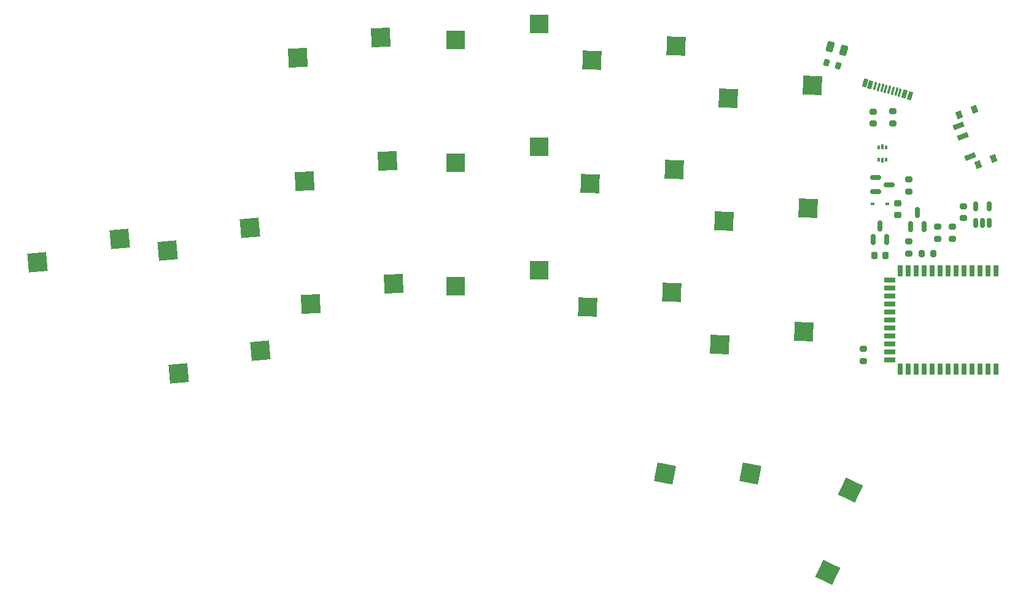
<source format=gbr>
%TF.GenerationSoftware,KiCad,Pcbnew,6.0.4-6f826c9f35~116~ubuntu20.04.1*%
%TF.CreationDate,2022-06-03T00:30:45+02:00*%
%TF.ProjectId,Wubbo,57756262-6f2e-46b6-9963-61645f706362,v0.3*%
%TF.SameCoordinates,Original*%
%TF.FileFunction,Paste,Top*%
%TF.FilePolarity,Positive*%
%FSLAX46Y46*%
G04 Gerber Fmt 4.6, Leading zero omitted, Abs format (unit mm)*
G04 Created by KiCad (PCBNEW 6.0.4-6f826c9f35~116~ubuntu20.04.1) date 2022-06-03 00:30:45*
%MOMM*%
%LPD*%
G01*
G04 APERTURE LIST*
G04 Aperture macros list*
%AMRoundRect*
0 Rectangle with rounded corners*
0 $1 Rounding radius*
0 $2 $3 $4 $5 $6 $7 $8 $9 X,Y pos of 4 corners*
0 Add a 4 corners polygon primitive as box body*
4,1,4,$2,$3,$4,$5,$6,$7,$8,$9,$2,$3,0*
0 Add four circle primitives for the rounded corners*
1,1,$1+$1,$2,$3*
1,1,$1+$1,$4,$5*
1,1,$1+$1,$6,$7*
1,1,$1+$1,$8,$9*
0 Add four rect primitives between the rounded corners*
20,1,$1+$1,$2,$3,$4,$5,0*
20,1,$1+$1,$4,$5,$6,$7,0*
20,1,$1+$1,$6,$7,$8,$9,0*
20,1,$1+$1,$8,$9,$2,$3,0*%
%AMRotRect*
0 Rectangle, with rotation*
0 The origin of the aperture is its center*
0 $1 length*
0 $2 width*
0 $3 Rotation angle, in degrees counterclockwise*
0 Add horizontal line*
21,1,$1,$2,0,0,$3*%
G04 Aperture macros list end*
%ADD10RoundRect,0.200000X0.275000X-0.200000X0.275000X0.200000X-0.275000X0.200000X-0.275000X-0.200000X0*%
%ADD11RotRect,2.600000X2.600000X183.000000*%
%ADD12R,2.600000X2.600000*%
%ADD13RoundRect,0.225000X-0.250000X0.225000X-0.250000X-0.225000X0.250000X-0.225000X0.250000X0.225000X0*%
%ADD14R,0.375000X0.500000*%
%ADD15R,0.300000X0.650000*%
%ADD16RoundRect,0.150000X0.150000X-0.587500X0.150000X0.587500X-0.150000X0.587500X-0.150000X-0.587500X0*%
%ADD17RoundRect,0.200000X-0.275000X0.200000X-0.275000X-0.200000X0.275000X-0.200000X0.275000X0.200000X0*%
%ADD18RotRect,2.600000X2.600000X244.000000*%
%ADD19RotRect,2.600000X2.600000X179.000000*%
%ADD20R,0.600000X0.450000*%
%ADD21RoundRect,0.225000X0.225000X0.250000X-0.225000X0.250000X-0.225000X-0.250000X0.225000X-0.250000X0*%
%ADD22R,0.700000X1.524000*%
%ADD23R,1.524000X0.700000*%
%ADD24RotRect,2.600000X2.600000X185.000000*%
%ADD25RoundRect,0.200000X-0.200000X-0.275000X0.200000X-0.275000X0.200000X0.275000X-0.200000X0.275000X0*%
%ADD26RotRect,1.000000X0.800000X111.000000*%
%ADD27RotRect,0.700000X1.500000X111.000000*%
%ADD28RotRect,2.600000X2.600000X178.000000*%
%ADD29RoundRect,0.150000X-0.587500X-0.150000X0.587500X-0.150000X0.587500X0.150000X-0.587500X0.150000X0*%
%ADD30RotRect,0.600000X1.150000X344.500000*%
%ADD31RotRect,0.300000X1.150000X344.500000*%
%ADD32RoundRect,0.150000X0.150000X-0.512500X0.150000X0.512500X-0.150000X0.512500X-0.150000X-0.512500X0*%
%ADD33RotRect,2.600000X2.600000X169.000000*%
%ADD34RoundRect,0.200000X-0.266217X-0.211551X0.119236X-0.318446X0.266217X0.211551X-0.119236X0.318446X0*%
%ADD35RoundRect,0.250000X-0.367846X-0.390915X0.113969X-0.524534X0.367846X0.390915X-0.113969X0.524534X0*%
G04 APERTURE END LIST*
D10*
%TO.C,R9*%
X110050000Y29700000D03*
X110050000Y31350000D03*
%TD*%
D11*
%TO.C,SW12*%
X39051956Y16950182D03*
X27632924Y14148717D03*
%TD*%
D12*
%TO.C,SW8*%
X59088372Y35821818D03*
X47538372Y33621818D03*
%TD*%
D13*
%TO.C,C1*%
X108575000Y28050000D03*
X108575000Y26500000D03*
%TD*%
D14*
%TO.C,ESD1*%
X106962500Y35750000D03*
D15*
X106425000Y35825000D03*
D14*
X105887500Y35750000D03*
X105887500Y34050000D03*
D15*
X106425000Y33975000D03*
D14*
X106962500Y34050000D03*
%TD*%
D16*
%TO.C,U2*%
X105125000Y23062500D03*
X107025000Y23062500D03*
X106075000Y24937500D03*
%TD*%
D17*
%TO.C,R1*%
X107860000Y40740000D03*
X107860000Y39090000D03*
%TD*%
D18*
%TO.C,SW17*%
X101982250Y-11467642D03*
X98896410Y-22813130D03*
%TD*%
D19*
%TO.C,SW9*%
X77688406Y32761166D03*
X66101770Y30763077D03*
%TD*%
D20*
%TO.C,D3*%
X107125000Y27975000D03*
X105025000Y27975000D03*
%TD*%
D17*
%TO.C,R4*%
X110025000Y22800000D03*
X110025000Y21150000D03*
%TD*%
D10*
%TO.C,R8*%
X117580000Y26005000D03*
X117580000Y27655000D03*
%TD*%
D21*
%TO.C,C2*%
X106850000Y20900000D03*
X105300000Y20900000D03*
%TD*%
D22*
%TO.C,U1*%
X122103372Y18721818D03*
X121003372Y18721818D03*
X119903372Y18721818D03*
X118803372Y18721818D03*
X117703372Y18721818D03*
X116603372Y18721818D03*
X115503372Y18721818D03*
X114403372Y18721818D03*
X113303372Y18721818D03*
X112203372Y18721818D03*
X111103372Y18721818D03*
X110003372Y18721818D03*
X108903372Y18721818D03*
D23*
X107403372Y17471818D03*
X107403372Y16371818D03*
X107403372Y15271818D03*
X107403372Y14171818D03*
X107403372Y13071818D03*
X107403372Y11971818D03*
X107403372Y10871818D03*
X107403372Y9771818D03*
X107403372Y8671818D03*
X107403372Y7571818D03*
X107403372Y6471818D03*
D22*
X108903372Y5221818D03*
X110003372Y5221818D03*
X111103372Y5221818D03*
X112203372Y5221818D03*
X113303372Y5221818D03*
X114403372Y5221818D03*
X115503372Y5221818D03*
X116603372Y5221818D03*
X117703372Y5221818D03*
X118803372Y5221818D03*
X119903372Y5221818D03*
X121003372Y5221818D03*
X122103372Y5221818D03*
%TD*%
D24*
%TO.C,SW1*%
X1262313Y23148104D03*
X-10051993Y19949826D03*
%TD*%
%TO.C,SW11*%
X20675466Y7781597D03*
X9361160Y4583319D03*
%TD*%
D19*
%TO.C,SW4*%
X77985097Y49758576D03*
X66398461Y47760487D03*
%TD*%
D25*
%TO.C,R5*%
X111800000Y21150000D03*
X113450000Y21150000D03*
%TD*%
D24*
%TO.C,SW6*%
X19193818Y24716907D03*
X7879512Y21518629D03*
%TD*%
D26*
%TO.C,SW_POW1*%
X119654850Y33437904D03*
X119101977Y41045035D03*
X117038764Y40253042D03*
X121718063Y34229898D03*
D27*
X118546308Y34511978D03*
X117471204Y37312719D03*
X116933652Y38713090D03*
%TD*%
D17*
%TO.C,R2*%
X105150000Y40710000D03*
X105150000Y39060000D03*
%TD*%
%TO.C,R6*%
X114070000Y24825000D03*
X114070000Y23175000D03*
%TD*%
D28*
%TO.C,SW10*%
X96197317Y27380160D03*
X84577574Y25584589D03*
%TD*%
%TO.C,SW5*%
X96790608Y44369804D03*
X85170865Y42574233D03*
%TD*%
D29*
%TO.C,Q1*%
X105512500Y31600000D03*
X105512500Y29700000D03*
X107387500Y30650000D03*
%TD*%
D17*
%TO.C,R7*%
X116030000Y24825000D03*
X116030000Y23175000D03*
%TD*%
%TO.C,R3*%
X103775000Y8000000D03*
X103775000Y6350000D03*
%TD*%
D30*
%TO.C,J1*%
X104012194Y44641795D03*
X110227611Y42918108D03*
X104759008Y44434686D03*
X109480797Y43125218D03*
D31*
X108324440Y43445904D03*
X107360810Y43713142D03*
X106878995Y43846761D03*
X105915364Y44114000D03*
X105433549Y44247619D03*
X106397180Y43980380D03*
X107842625Y43579523D03*
X108806256Y43312285D03*
%TD*%
D19*
%TO.C,SW14*%
X77391715Y15763755D03*
X65805079Y13765666D03*
%TD*%
D11*
%TO.C,SW7*%
X38162245Y33926884D03*
X26743213Y31125419D03*
%TD*%
%TO.C,SW2*%
X37272533Y50903587D03*
X25853501Y48102122D03*
%TD*%
D12*
%TO.C,SW13*%
X59088372Y18821818D03*
X47538372Y16621818D03*
%TD*%
D32*
%TO.C,U3*%
X119270000Y25402500D03*
X120220000Y25402500D03*
X121170000Y25402500D03*
X121170000Y27677500D03*
X119270000Y27677500D03*
%TD*%
D33*
%TO.C,SW16*%
X88216817Y-9220691D03*
X76459243Y-9176427D03*
%TD*%
D34*
%TO.C,R10*%
X98745005Y47460472D03*
X100334995Y47019528D03*
%TD*%
D35*
%TO.C,C3*%
X99214551Y49703876D03*
X101045449Y49196124D03*
%TD*%
D28*
%TO.C,SW15*%
X95604025Y10390516D03*
X83984282Y8594945D03*
%TD*%
D16*
%TO.C,Q2*%
X110300000Y24887500D03*
X112200000Y24887500D03*
X111250000Y26762500D03*
%TD*%
D12*
%TO.C,SW3*%
X59088372Y52821818D03*
X47538372Y50621818D03*
%TD*%
M02*

</source>
